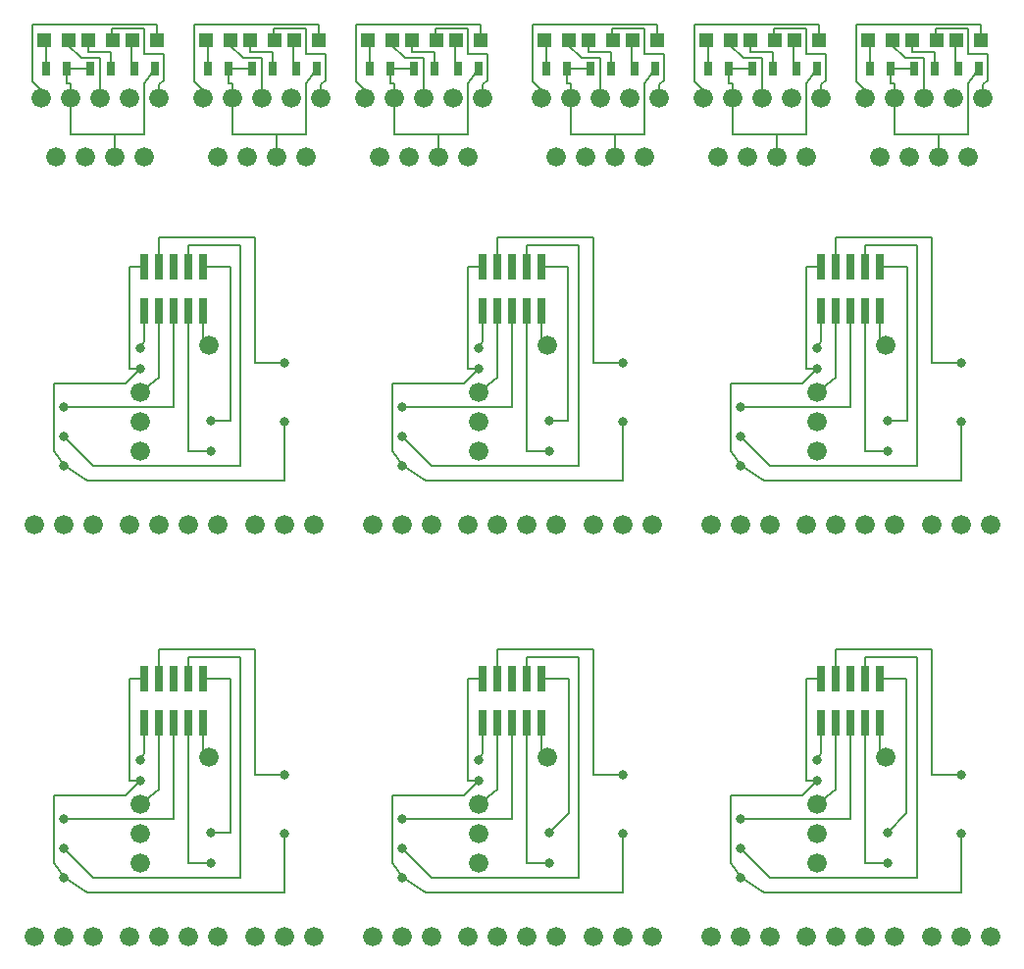
<source format=gbr>
G04 EAGLE Gerber X2 export*
%TF.Part,Single*%
%TF.FileFunction,Copper,L2,Bot,Mixed*%
%TF.FilePolarity,Positive*%
%TF.GenerationSoftware,Autodesk,EAGLE,9.1.3*%
%TF.CreationDate,2018-11-04T16:40:41Z*%
G75*
%MOIN*%
%FSLAX34Y34*%
%LPD*%
%AMOC8*
5,1,8,0,0,1.08239X$1,22.5*%
G01*
%ADD10R,0.030000X0.090000*%
%ADD11C,0.066000*%
%ADD12R,0.047244X0.047244*%
%ADD13R,0.031496X0.047244*%
%ADD14C,0.031748*%
%ADD15C,0.006000*%


D10*
X4500Y10250D03*
X4500Y11750D03*
X5000Y10250D03*
X5000Y11750D03*
X5500Y10250D03*
X5500Y11750D03*
X6000Y10250D03*
X6000Y11750D03*
X6500Y10250D03*
X6500Y11750D03*
D11*
X4350Y7500D03*
X4350Y6500D03*
X4350Y5500D03*
X8250Y3000D03*
X9250Y3000D03*
X10250Y3000D03*
X750Y3000D03*
X1750Y3000D03*
X2750Y3000D03*
X4000Y3000D03*
X5000Y3000D03*
X6000Y3000D03*
X7000Y3000D03*
X6700Y9100D03*
D10*
X16000Y10250D03*
X16000Y11750D03*
X16500Y10250D03*
X16500Y11750D03*
X17000Y10250D03*
X17000Y11750D03*
X17500Y10250D03*
X17500Y11750D03*
X18000Y10250D03*
X18000Y11750D03*
D11*
X15850Y7500D03*
X15850Y6500D03*
X15850Y5500D03*
X19750Y3000D03*
X20750Y3000D03*
X21750Y3000D03*
X12250Y3000D03*
X13250Y3000D03*
X14250Y3000D03*
X15500Y3000D03*
X16500Y3000D03*
X17500Y3000D03*
X18500Y3000D03*
X18200Y9100D03*
D10*
X27500Y10250D03*
X27500Y11750D03*
X28000Y10250D03*
X28000Y11750D03*
X28500Y10250D03*
X28500Y11750D03*
X29000Y10250D03*
X29000Y11750D03*
X29500Y10250D03*
X29500Y11750D03*
D11*
X27350Y7500D03*
X27350Y6500D03*
X27350Y5500D03*
X31250Y3000D03*
X32250Y3000D03*
X33250Y3000D03*
X23750Y3000D03*
X24750Y3000D03*
X25750Y3000D03*
X27000Y3000D03*
X28000Y3000D03*
X29000Y3000D03*
X30000Y3000D03*
X29700Y9100D03*
D10*
X4500Y24250D03*
X4500Y25750D03*
X5000Y24250D03*
X5000Y25750D03*
X5500Y24250D03*
X5500Y25750D03*
X6000Y24250D03*
X6000Y25750D03*
X6500Y24250D03*
X6500Y25750D03*
D11*
X4350Y21500D03*
X4350Y20500D03*
X4350Y19500D03*
X8250Y17000D03*
X9250Y17000D03*
X10250Y17000D03*
X750Y17000D03*
X1750Y17000D03*
X2750Y17000D03*
X4000Y17000D03*
X5000Y17000D03*
X6000Y17000D03*
X7000Y17000D03*
X6700Y23100D03*
D10*
X16000Y24250D03*
X16000Y25750D03*
X16500Y24250D03*
X16500Y25750D03*
X17000Y24250D03*
X17000Y25750D03*
X17500Y24250D03*
X17500Y25750D03*
X18000Y24250D03*
X18000Y25750D03*
D11*
X15850Y21500D03*
X15850Y20500D03*
X15850Y19500D03*
X19750Y17000D03*
X20750Y17000D03*
X21750Y17000D03*
X12250Y17000D03*
X13250Y17000D03*
X14250Y17000D03*
X15500Y17000D03*
X16500Y17000D03*
X17500Y17000D03*
X18500Y17000D03*
X18200Y23100D03*
D10*
X27500Y24250D03*
X27500Y25750D03*
X28000Y24250D03*
X28000Y25750D03*
X28500Y24250D03*
X28500Y25750D03*
X29000Y24250D03*
X29000Y25750D03*
X29500Y24250D03*
X29500Y25750D03*
D11*
X27350Y21500D03*
X27350Y20500D03*
X27350Y19500D03*
X31250Y17000D03*
X32250Y17000D03*
X33250Y17000D03*
X23750Y17000D03*
X24750Y17000D03*
X25750Y17000D03*
X27000Y17000D03*
X28000Y17000D03*
X29000Y17000D03*
X30000Y17000D03*
X29700Y23100D03*
X1000Y31500D03*
X2000Y31500D03*
X3000Y31500D03*
X4000Y31500D03*
X5000Y31500D03*
X4500Y29500D03*
X3500Y29500D03*
X2500Y29500D03*
X1500Y29500D03*
D12*
X3413Y33450D03*
X2587Y33450D03*
X1913Y33450D03*
X1087Y33450D03*
X4913Y33450D03*
X4087Y33450D03*
D13*
X3354Y32500D03*
X2646Y32500D03*
X1146Y32500D03*
X1854Y32500D03*
X4146Y32500D03*
X4854Y32500D03*
D11*
X6500Y31500D03*
X7500Y31500D03*
X8500Y31500D03*
X9500Y31500D03*
X10500Y31500D03*
X10000Y29500D03*
X9000Y29500D03*
X8000Y29500D03*
X7000Y29500D03*
D12*
X8913Y33450D03*
X8087Y33450D03*
X7413Y33450D03*
X6587Y33450D03*
X10413Y33450D03*
X9587Y33450D03*
D13*
X8854Y32500D03*
X8146Y32500D03*
X6646Y32500D03*
X7354Y32500D03*
X9646Y32500D03*
X10354Y32500D03*
D11*
X12000Y31500D03*
X13000Y31500D03*
X14000Y31500D03*
X15000Y31500D03*
X16000Y31500D03*
X15500Y29500D03*
X14500Y29500D03*
X13500Y29500D03*
X12500Y29500D03*
D12*
X14413Y33450D03*
X13587Y33450D03*
X12913Y33450D03*
X12087Y33450D03*
X15913Y33450D03*
X15087Y33450D03*
D13*
X14354Y32500D03*
X13646Y32500D03*
X12146Y32500D03*
X12854Y32500D03*
X15146Y32500D03*
X15854Y32500D03*
D11*
X18000Y31500D03*
X19000Y31500D03*
X20000Y31500D03*
X21000Y31500D03*
X22000Y31500D03*
X21500Y29500D03*
X20500Y29500D03*
X19500Y29500D03*
X18500Y29500D03*
D12*
X20413Y33450D03*
X19587Y33450D03*
X18913Y33450D03*
X18087Y33450D03*
X21913Y33450D03*
X21087Y33450D03*
D13*
X20354Y32500D03*
X19646Y32500D03*
X18146Y32500D03*
X18854Y32500D03*
X21146Y32500D03*
X21854Y32500D03*
D11*
X23500Y31500D03*
X24500Y31500D03*
X25500Y31500D03*
X26500Y31500D03*
X27500Y31500D03*
X27000Y29500D03*
X26000Y29500D03*
X25000Y29500D03*
X24000Y29500D03*
D12*
X25913Y33450D03*
X25087Y33450D03*
X24413Y33450D03*
X23587Y33450D03*
X27413Y33450D03*
X26587Y33450D03*
D13*
X25854Y32500D03*
X25146Y32500D03*
X23646Y32500D03*
X24354Y32500D03*
X26646Y32500D03*
X27354Y32500D03*
D11*
X29000Y31500D03*
X30000Y31500D03*
X31000Y31500D03*
X32000Y31500D03*
X33000Y31500D03*
X32500Y29500D03*
X31500Y29500D03*
X30500Y29500D03*
X29500Y29500D03*
D12*
X31413Y33450D03*
X30587Y33450D03*
X29913Y33450D03*
X29087Y33450D03*
X32913Y33450D03*
X32087Y33450D03*
D13*
X31354Y32500D03*
X30646Y32500D03*
X29146Y32500D03*
X29854Y32500D03*
X32146Y32500D03*
X32854Y32500D03*
D14*
X4350Y9000D03*
D15*
X4500Y9225D01*
X4500Y10250D01*
X5000Y10250D02*
X5000Y8000D01*
X4350Y7500D01*
X6500Y11750D02*
X7425Y11750D01*
D14*
X6750Y6525D03*
D15*
X7425Y6525D01*
X7425Y11750D01*
D14*
X1750Y6000D03*
D15*
X6000Y11750D02*
X6000Y12500D01*
X7500Y12500D01*
X7750Y12500D01*
X7750Y5000D02*
X2750Y5000D01*
X7750Y5000D02*
X7750Y12500D01*
X1750Y6000D02*
X2750Y5000D01*
X5500Y10200D02*
X5500Y10250D01*
X5500Y10200D02*
X5500Y10050D01*
D14*
X1750Y7000D03*
D15*
X5500Y7000D01*
X5500Y10200D01*
X4500Y11750D02*
X4000Y11750D01*
X4000Y8300D01*
D14*
X4350Y8300D03*
D15*
X4000Y8300D01*
X3850Y7800D02*
X1425Y7800D01*
D14*
X1750Y5000D03*
D15*
X1775Y5000D02*
X1425Y5475D01*
X2550Y4500D02*
X9250Y4500D01*
D14*
X9250Y6500D03*
D15*
X9250Y4500D01*
X4350Y8300D02*
X3850Y7800D01*
X1775Y5000D02*
X2550Y4500D01*
X1425Y5475D02*
X1425Y7800D01*
X1750Y5000D02*
X1775Y5000D01*
X5000Y11750D02*
X5000Y12754D01*
X6475Y12754D01*
X8250Y12754D01*
D14*
X9250Y8500D03*
D15*
X8250Y8500D01*
X8250Y12754D01*
X6500Y10250D02*
X6500Y9300D01*
X6700Y9100D01*
D14*
X6750Y5500D03*
D15*
X6000Y5500D02*
X6000Y10250D01*
X6000Y5500D02*
X6750Y5500D01*
D14*
X15850Y9000D03*
D15*
X16000Y9225D01*
X16000Y10250D01*
X16500Y10250D02*
X16500Y8000D01*
X15850Y7500D01*
D14*
X18250Y6525D03*
D15*
X18925Y7200D01*
X18925Y11750D01*
X18000Y11750D01*
D14*
X13250Y6000D03*
D15*
X17500Y11750D02*
X17500Y12500D01*
X19000Y12500D01*
X19250Y12500D01*
X19250Y5000D02*
X14250Y5000D01*
X19250Y5000D02*
X19250Y12500D01*
X13250Y6000D02*
X14250Y5000D01*
X17000Y10200D02*
X17000Y10250D01*
X17000Y10200D02*
X17000Y10050D01*
D14*
X13250Y7000D03*
D15*
X17000Y7000D01*
X17000Y10200D01*
X16000Y11750D02*
X15500Y11750D01*
X15500Y8300D01*
D14*
X15850Y8300D03*
D15*
X15500Y8300D01*
X15350Y7800D02*
X12925Y7800D01*
D14*
X13250Y5000D03*
D15*
X13275Y5000D02*
X12925Y5475D01*
X14050Y4500D02*
X20750Y4500D01*
D14*
X20750Y6500D03*
D15*
X20750Y4500D01*
X15850Y8300D02*
X15350Y7800D01*
X13275Y5000D02*
X14050Y4500D01*
X12925Y5475D02*
X12925Y7800D01*
X13250Y5000D02*
X13275Y5000D01*
X16500Y11750D02*
X16500Y12754D01*
X17975Y12754D01*
X19750Y12754D01*
D14*
X20750Y8500D03*
D15*
X19750Y8500D01*
X19750Y12754D01*
X18000Y10250D02*
X18000Y9300D01*
X18200Y9100D01*
D14*
X18250Y5500D03*
D15*
X17500Y5500D02*
X17500Y10250D01*
X17500Y5500D02*
X18250Y5500D01*
D14*
X27350Y9000D03*
D15*
X27500Y9225D01*
X27500Y10250D01*
X28000Y10250D02*
X28000Y8000D01*
X27350Y7500D01*
D14*
X29750Y6525D03*
D15*
X30400Y11700D02*
X30400Y11750D01*
X30400Y11700D02*
X30400Y7175D01*
X29750Y6525D01*
X29500Y11750D02*
X30400Y11750D01*
D14*
X24750Y6000D03*
D15*
X29000Y11750D02*
X29000Y12500D01*
X30500Y12500D01*
X30750Y12500D01*
X30750Y5000D02*
X25750Y5000D01*
X30750Y5000D02*
X30750Y12500D01*
X24750Y6000D02*
X25750Y5000D01*
X28500Y10200D02*
X28500Y10250D01*
X28500Y10200D02*
X28500Y10050D01*
D14*
X24750Y7000D03*
D15*
X28500Y7000D01*
X28500Y10200D01*
X27500Y11750D02*
X27000Y11750D01*
X27000Y8300D01*
D14*
X27350Y8300D03*
D15*
X27000Y8300D01*
X26850Y7800D02*
X24425Y7800D01*
D14*
X24750Y5000D03*
D15*
X24775Y5000D02*
X24425Y5475D01*
X25550Y4500D02*
X32250Y4500D01*
D14*
X32250Y6500D03*
D15*
X32250Y4500D01*
X27350Y8300D02*
X26850Y7800D01*
X24775Y5000D02*
X25550Y4500D01*
X24425Y5475D02*
X24425Y7800D01*
X24750Y5000D02*
X24775Y5000D01*
X28000Y11750D02*
X28000Y12754D01*
X29475Y12754D01*
X31250Y12754D01*
D14*
X32250Y8500D03*
D15*
X31250Y8500D01*
X31250Y12754D01*
X29500Y10250D02*
X29500Y9300D01*
X29700Y9100D01*
D14*
X29750Y5500D03*
D15*
X29000Y5500D02*
X29000Y10250D01*
X29000Y5500D02*
X29750Y5500D01*
D14*
X4350Y23000D03*
D15*
X4500Y23225D01*
X4500Y24250D01*
X5000Y24250D02*
X5000Y22000D01*
X4350Y21500D01*
X6500Y25750D02*
X7425Y25750D01*
D14*
X6750Y20525D03*
D15*
X7425Y20525D01*
X7425Y25750D01*
D14*
X1750Y20000D03*
D15*
X6000Y25750D02*
X6000Y26500D01*
X7500Y26500D01*
X7750Y26500D01*
X7750Y19000D02*
X2750Y19000D01*
X7750Y19000D02*
X7750Y26500D01*
X1750Y20000D02*
X2750Y19000D01*
X5500Y24200D02*
X5500Y24250D01*
X5500Y24200D02*
X5500Y24050D01*
D14*
X1750Y21000D03*
D15*
X5500Y21000D01*
X5500Y24200D01*
X4500Y25750D02*
X4000Y25750D01*
X4000Y22300D01*
D14*
X4350Y22300D03*
D15*
X4000Y22300D01*
X3850Y21800D02*
X1425Y21800D01*
D14*
X1750Y19000D03*
D15*
X1775Y19000D02*
X1425Y19475D01*
X2550Y18500D02*
X9250Y18500D01*
D14*
X9250Y20500D03*
D15*
X9250Y18500D01*
X4350Y22300D02*
X3850Y21800D01*
X1775Y19000D02*
X2550Y18500D01*
X1425Y19475D02*
X1425Y21800D01*
X1750Y19000D02*
X1775Y19000D01*
X5000Y25750D02*
X5000Y26754D01*
X6475Y26754D01*
X8250Y26754D01*
D14*
X9250Y22500D03*
D15*
X8250Y22500D01*
X8250Y26754D01*
X6500Y24250D02*
X6500Y23300D01*
X6700Y23100D01*
D14*
X6750Y19500D03*
D15*
X6000Y19500D02*
X6000Y24250D01*
X6000Y19500D02*
X6750Y19500D01*
D14*
X15850Y23000D03*
D15*
X16000Y23225D01*
X16000Y24250D01*
X16500Y24250D02*
X16500Y22000D01*
X15850Y21500D01*
D14*
X18250Y20525D03*
D15*
X18900Y20550D02*
X18900Y25750D01*
X18900Y20550D02*
X18875Y20525D01*
X18250Y20525D01*
X18000Y25750D02*
X18900Y25750D01*
D14*
X13250Y20000D03*
D15*
X17500Y25750D02*
X17500Y26500D01*
X19000Y26500D01*
X19250Y26500D01*
X19250Y19000D02*
X14250Y19000D01*
X19250Y19000D02*
X19250Y26500D01*
X13250Y20000D02*
X14250Y19000D01*
X17000Y24200D02*
X17000Y24250D01*
X17000Y24200D02*
X17000Y24050D01*
D14*
X13250Y21000D03*
D15*
X17000Y21000D01*
X17000Y24200D01*
X16000Y25750D02*
X15500Y25750D01*
X15500Y22300D01*
D14*
X15850Y22300D03*
D15*
X15500Y22300D01*
X15350Y21800D02*
X12925Y21800D01*
D14*
X13250Y19000D03*
D15*
X13275Y19000D02*
X12925Y19475D01*
X14050Y18500D02*
X20750Y18500D01*
D14*
X20750Y20500D03*
D15*
X20750Y18500D01*
X15850Y22300D02*
X15350Y21800D01*
X13275Y19000D02*
X14050Y18500D01*
X12925Y19475D02*
X12925Y21800D01*
X13250Y19000D02*
X13275Y19000D01*
X16500Y25750D02*
X16500Y26754D01*
X17975Y26754D01*
X19750Y26754D01*
D14*
X20750Y22500D03*
D15*
X19750Y22500D01*
X19750Y26754D01*
X18000Y24250D02*
X18000Y23300D01*
X18200Y23100D01*
D14*
X18250Y19500D03*
D15*
X17500Y19500D02*
X17500Y24250D01*
X17500Y19500D02*
X18250Y19500D01*
D14*
X27350Y23000D03*
D15*
X27500Y23225D01*
X27500Y24250D01*
X28000Y24250D02*
X28000Y22000D01*
X27350Y21500D01*
X29500Y25750D02*
X30425Y25750D01*
D14*
X29750Y20525D03*
D15*
X30425Y20525D01*
X30425Y25750D01*
D14*
X24750Y20000D03*
D15*
X29000Y25750D02*
X29000Y26500D01*
X30500Y26500D01*
X30750Y26500D01*
X30750Y19000D02*
X25750Y19000D01*
X30750Y19000D02*
X30750Y26500D01*
X24750Y20000D02*
X25750Y19000D01*
X28500Y24200D02*
X28500Y24250D01*
X28500Y24200D02*
X28500Y24050D01*
D14*
X24750Y21000D03*
D15*
X28500Y21000D01*
X28500Y24200D01*
X27500Y25750D02*
X27000Y25750D01*
X27000Y22300D01*
D14*
X27350Y22300D03*
D15*
X27000Y22300D01*
X26850Y21800D02*
X24425Y21800D01*
D14*
X24750Y19000D03*
D15*
X24775Y19000D02*
X24425Y19475D01*
X25550Y18500D02*
X32250Y18500D01*
D14*
X32250Y20500D03*
D15*
X32250Y18500D01*
X27350Y22300D02*
X26850Y21800D01*
X24775Y19000D02*
X25550Y18500D01*
X24425Y19475D02*
X24425Y21800D01*
X24750Y19000D02*
X24775Y19000D01*
X28000Y25750D02*
X28000Y26754D01*
X29475Y26754D01*
X31250Y26754D01*
D14*
X32250Y22500D03*
D15*
X31250Y22500D01*
X31250Y26754D01*
X29500Y24250D02*
X29500Y23300D01*
X29700Y23100D01*
D14*
X29750Y19500D03*
D15*
X29000Y19500D02*
X29000Y24250D01*
X29000Y19500D02*
X29750Y19500D01*
X700Y32050D02*
X700Y32200D01*
X700Y34000D01*
X4913Y34000D01*
X4913Y33450D01*
X1000Y31750D02*
X700Y32050D01*
X1000Y31750D02*
X1000Y31500D01*
X4500Y32000D02*
X4500Y30250D01*
X3500Y30250D01*
X3500Y29500D01*
X2000Y31500D02*
X2000Y32000D01*
X1850Y32000D01*
X1854Y32500D01*
X2646Y32500D01*
X2000Y31500D02*
X2000Y30250D01*
X3500Y30250D01*
X4500Y32000D02*
X4854Y32500D01*
X3000Y32850D02*
X3000Y31500D01*
X3000Y32850D02*
X2350Y32850D01*
X1900Y33300D01*
X1913Y33313D01*
X1913Y33450D01*
X5150Y33000D02*
X5150Y32100D01*
X5150Y33000D02*
X4500Y33000D01*
X5150Y32100D02*
X5000Y31950D01*
X5000Y31500D01*
X4500Y33000D02*
X4500Y33850D01*
X3404Y33850D01*
X3413Y33450D01*
X2587Y33450D02*
X2587Y33050D01*
X3250Y33050D01*
X3350Y33050D01*
X3354Y32500D01*
X4046Y32600D02*
X4046Y33350D01*
X4046Y32600D02*
X4146Y32500D01*
X1146Y32500D02*
X1150Y33250D01*
X1087Y33450D01*
X6200Y32200D02*
X6200Y32050D01*
X6200Y32200D02*
X6200Y34000D01*
X10413Y34000D01*
X10413Y33450D01*
X6500Y31750D02*
X6200Y32050D01*
X6500Y31750D02*
X6500Y31500D01*
X10000Y32000D02*
X10000Y30250D01*
X9000Y30250D01*
X9000Y29500D01*
X7500Y31500D02*
X7500Y32000D01*
X7350Y32000D01*
X7354Y32500D01*
X8146Y32500D01*
X7500Y31500D02*
X7500Y30250D01*
X9000Y30250D01*
X10000Y32000D02*
X10354Y32500D01*
X8500Y32850D02*
X8500Y31500D01*
X8500Y32850D02*
X7850Y32850D01*
X7400Y33300D01*
X7413Y33313D01*
X7413Y33450D01*
X10650Y33000D02*
X10650Y32100D01*
X10650Y33000D02*
X10000Y33000D01*
X10650Y32100D02*
X10500Y31950D01*
X10500Y31500D01*
X10000Y33000D02*
X10000Y33850D01*
X8904Y33850D01*
X8913Y33450D01*
X8087Y33450D02*
X8087Y33050D01*
X8750Y33050D01*
X8850Y33050D01*
X8854Y32500D01*
X9546Y32600D02*
X9546Y33350D01*
X9546Y32600D02*
X9646Y32500D01*
X6646Y32500D02*
X6650Y33250D01*
X6587Y33450D01*
X11700Y32200D02*
X11700Y32050D01*
X11700Y32200D02*
X11700Y34000D01*
X15913Y34000D01*
X15913Y33450D01*
X12000Y31750D02*
X11700Y32050D01*
X12000Y31750D02*
X12000Y31500D01*
X15500Y32000D02*
X15500Y30250D01*
X14500Y30250D01*
X14500Y29500D01*
X13000Y31500D02*
X13000Y32000D01*
X12850Y32000D01*
X12854Y32500D01*
X13646Y32500D01*
X13000Y31500D02*
X13000Y30250D01*
X14500Y30250D01*
X15500Y32000D02*
X15854Y32500D01*
X14000Y32850D02*
X14000Y31500D01*
X14000Y32850D02*
X13350Y32850D01*
X12900Y33300D01*
X12913Y33313D01*
X12913Y33450D01*
X16150Y33000D02*
X16150Y32100D01*
X16150Y33000D02*
X15500Y33000D01*
X16150Y32100D02*
X16000Y31950D01*
X16000Y31500D01*
X15500Y33000D02*
X15500Y33850D01*
X14404Y33850D01*
X14413Y33450D01*
X13587Y33450D02*
X13587Y33050D01*
X14250Y33050D01*
X14350Y33050D01*
X14354Y32500D01*
X15046Y32600D02*
X15046Y33350D01*
X15046Y32600D02*
X15146Y32500D01*
X12146Y32500D02*
X12150Y33250D01*
X12087Y33450D01*
X17700Y32200D02*
X17700Y32050D01*
X17700Y32200D02*
X17700Y34000D01*
X21913Y34000D01*
X21913Y33450D01*
X18000Y31750D02*
X17700Y32050D01*
X18000Y31750D02*
X18000Y31500D01*
X21500Y32000D02*
X21500Y30250D01*
X20500Y30250D01*
X20500Y29500D01*
X19000Y31500D02*
X19000Y32000D01*
X18850Y32000D01*
X18854Y32500D01*
X19646Y32500D01*
X19000Y31500D02*
X19000Y30250D01*
X20500Y30250D01*
X21500Y32000D02*
X21854Y32500D01*
X20000Y32850D02*
X20000Y31500D01*
X20000Y32850D02*
X19350Y32850D01*
X18900Y33300D01*
X18913Y33313D01*
X18913Y33450D01*
X22150Y33000D02*
X22150Y32100D01*
X22150Y33000D02*
X21500Y33000D01*
X22150Y32100D02*
X22000Y31950D01*
X22000Y31500D01*
X21500Y33000D02*
X21500Y33850D01*
X20404Y33850D01*
X20413Y33450D01*
X19587Y33450D02*
X19587Y33050D01*
X20250Y33050D01*
X20350Y33050D01*
X20354Y32500D01*
X21046Y32600D02*
X21046Y33350D01*
X21046Y32600D02*
X21146Y32500D01*
X18146Y32500D02*
X18150Y33250D01*
X18087Y33450D01*
X23200Y32200D02*
X23200Y32050D01*
X23200Y32200D02*
X23200Y34000D01*
X27413Y34000D01*
X27413Y33450D01*
X23500Y31750D02*
X23200Y32050D01*
X23500Y31750D02*
X23500Y31500D01*
X27000Y32000D02*
X27000Y30250D01*
X26000Y30250D01*
X26000Y29500D01*
X24500Y31500D02*
X24500Y32000D01*
X24350Y32000D01*
X24354Y32500D01*
X25146Y32500D01*
X24500Y31500D02*
X24500Y30250D01*
X26000Y30250D01*
X27000Y32000D02*
X27354Y32500D01*
X25500Y32850D02*
X25500Y31500D01*
X25500Y32850D02*
X24850Y32850D01*
X24400Y33300D01*
X24413Y33313D01*
X24413Y33450D01*
X27650Y33000D02*
X27650Y32100D01*
X27650Y33000D02*
X27000Y33000D01*
X27650Y32100D02*
X27500Y31950D01*
X27500Y31500D01*
X27000Y33000D02*
X27000Y33850D01*
X25904Y33850D01*
X25913Y33450D01*
X25087Y33450D02*
X25087Y33050D01*
X25750Y33050D01*
X25850Y33050D01*
X25854Y32500D01*
X26546Y32600D02*
X26546Y33350D01*
X26546Y32600D02*
X26646Y32500D01*
X23646Y32500D02*
X23650Y33250D01*
X23587Y33450D01*
X28700Y32200D02*
X28700Y32050D01*
X28700Y32200D02*
X28700Y34000D01*
X32913Y34000D01*
X32913Y33450D01*
X29000Y31750D02*
X28700Y32050D01*
X29000Y31750D02*
X29000Y31500D01*
X32500Y32000D02*
X32500Y30250D01*
X31500Y30250D01*
X31500Y29500D01*
X30000Y31500D02*
X30000Y32000D01*
X29850Y32000D01*
X29854Y32500D01*
X30646Y32500D01*
X30000Y31500D02*
X30000Y30250D01*
X31500Y30250D01*
X32500Y32000D02*
X32854Y32500D01*
X31000Y32850D02*
X31000Y31500D01*
X31000Y32850D02*
X30350Y32850D01*
X29900Y33300D01*
X29913Y33313D01*
X29913Y33450D01*
X33150Y33000D02*
X33150Y32100D01*
X33150Y33000D02*
X32500Y33000D01*
X33150Y32100D02*
X33000Y31950D01*
X33000Y31500D01*
X32500Y33000D02*
X32500Y33850D01*
X31404Y33850D01*
X31413Y33450D01*
X30587Y33450D02*
X30587Y33050D01*
X31250Y33050D01*
X31350Y33050D01*
X31354Y32500D01*
X32046Y32600D02*
X32046Y33350D01*
X32046Y32600D02*
X32146Y32500D01*
X29146Y32500D02*
X29150Y33250D01*
X29087Y33450D01*
M02*

</source>
